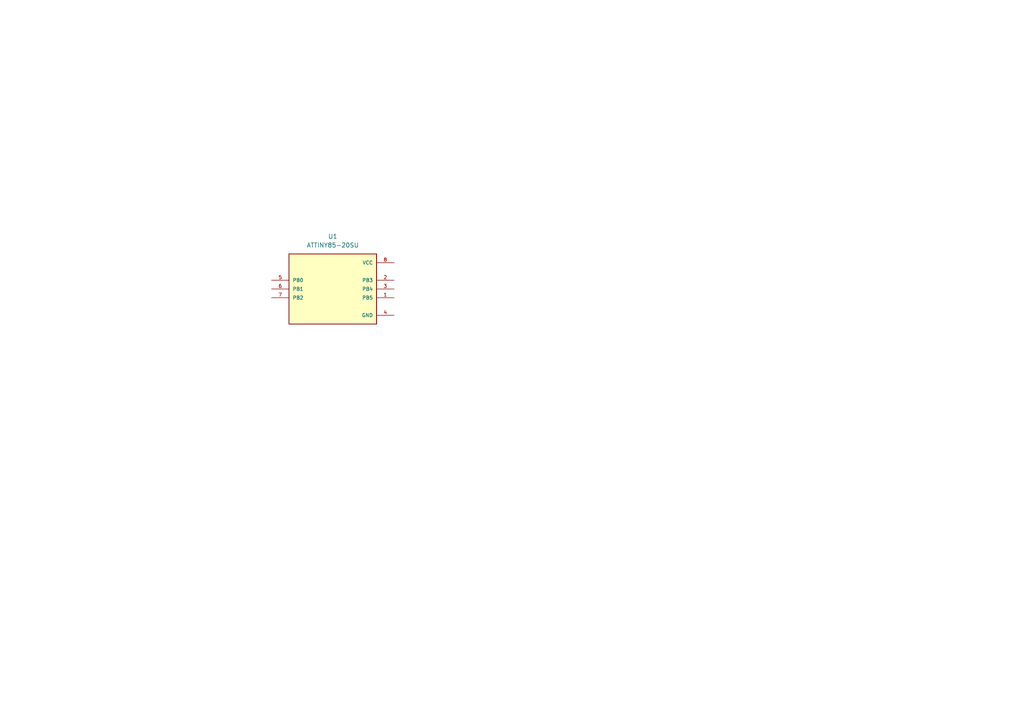
<source format=kicad_sch>
(kicad_sch (version 20231120) (generator "eeschema") (generator_version "8.0")
  (paper "A4")
  (lib_symbols
    (symbol "ATTINY85-20SU:ATTINY85-20SU" (pin_names (offset 1.016))
      (property "Reference" "U" (at -12.7 11.16 0))
      (property "Value" "ATTINY85-20SU" (at -12.7 -14.16 0))
      (symbol "ATTINY85-20SU_0_0"
        (rectangle (start -12.7 -10.16) (end 12.7 10.16) (stroke (width 0.254)) (fill (type background)))
        (pin bidirectional line (at 17.78 -2.54 180) (length 5.08) (name "PB5") (number "1"))
        (pin bidirectional line (at 17.78 2.54 180) (length 5.08) (name "PB3") (number "2"))
        (pin bidirectional line (at 17.78 0 180) (length 5.08) (name "PB4") (number "3"))
        (pin power_in line (at 17.78 -7.62 180) (length 5.08) (name "GND") (number "4"))
        (pin bidirectional line (at -17.78 2.54 0) (length 5.08) (name "PB0") (number "5"))
        (pin bidirectional line (at -17.78 0 0) (length 5.08) (name "PB1") (number "6"))
        (pin bidirectional line (at -17.78 -2.54 0) (length 5.08) (name "PB2") (number "7"))
        (pin power_in line (at 17.78 7.62 180) (length 5.08) (name "VCC") (number "8"))
      )
    )
  )
  (symbol (lib_id "ATTINY85-20SU:ATTINY85-20SU") (at 96.52 83.82 0) (unit 1)
    (property "Reference" "U1" (at 96.52 68.58 0))
    (property "Value" "ATTINY85-20SU" (at 96.52 71.12 0))
    (property "Footprint" "ATTINY85-20SU:SOIC127P798X216-8N" (effects (hide yes)))
    (property "Description" "IC MCU 8BIT 8KB FLASH 8SOIC" (effects (hide yes)))
    (property "MF" "Microchip" (effects (hide yes)))
    (property "PURCHASE-URL" "https://pricing.snapeda.com/search/part/ATTINY85V-10SU/?ref=eda" (effects (hide yes)))
    (property "PACKAGE" "None" (effects (hide yes)))
    (property "PRICE" "None" (effects (hide yes)))
    (property "Package" "SOIC-8 Microchip" (effects (hide yes)))
    (property "Check_prices" "https://www.snapeda.com/parts/ATTINY85-20SU/Microchip/view-part/?ref=eda" (effects (hide yes)))
    (property "Price" "None" (effects (hide yes)))
    (property "PARTREV" "2586Q–AVR–08/2013" (effects (hide yes)))
    (property "SnapEDA_Link" "https://www.snapeda.com/parts/ATTINY85-20SU/Microchip/view-part/?ref=snap" (effects (hide yes)))
    (property "MP" "ATTINY85-20SU" (effects (hide yes)))
    (property "Description_1" "\nAVR AVR® ATtiny, Functional Safety (FuSa) Microcontroller IC 8-Bit 20MHz 8KB (4K x 16) FLASH 8-SOIC\n" (effects (hide yes)))
    (property "Availability" "In Stock" (effects (hide yes)))
    (property "AVAILABILITY" "Good" (effects (hide yes)))
    (property "MAXIMUM_PACKAGE_HEIGHT" "2.16 mm" (effects (hide yes)))
  )
)
</source>
